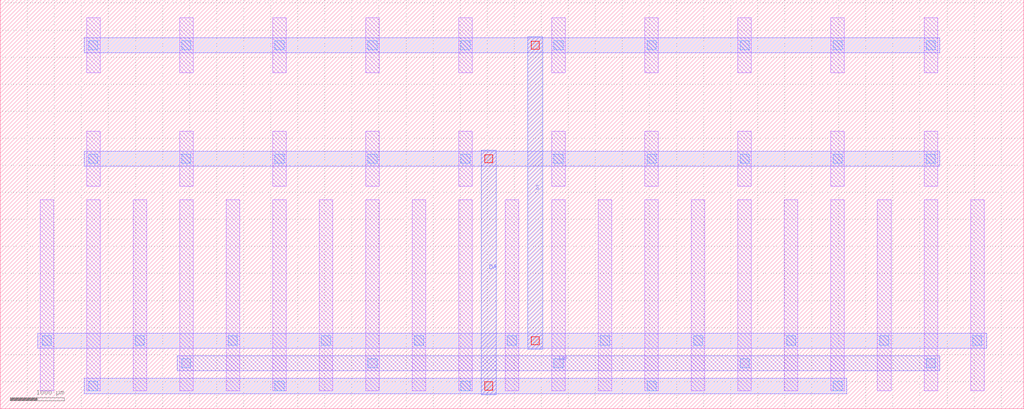
<source format=lef>
MACRO SCM_PMOS_85912433_X5_Y1
  UNITS 
    DATABASE MICRONS UNITS 1000;
  END UNITS 
  ORIGIN 0 0 ;
  FOREIGN SCM_PMOS_85912433_X5_Y1 0 0 ;
  SIZE 18920 BY 7560 ;
  PIN DA
    DIRECTION INOUT ;
    USE SIGNAL ;
    PORT
      LAYER M3 ;
        RECT 8890 260 9170 4780 ;
    END
  END DA
  PIN DB
    DIRECTION INOUT ;
    USE SIGNAL ;
    PORT
      LAYER M2 ;
        RECT 3270 700 17370 980 ;
    END
  END DB
  PIN S
    DIRECTION INOUT ;
    USE SIGNAL ;
    PORT
      LAYER M3 ;
        RECT 9750 1100 10030 6880 ;
    END
  END S
  OBS
    LAYER M1 ;
      RECT 1595 335 1845 3865 ;
    LAYER M1 ;
      RECT 1595 4115 1845 5125 ;
    LAYER M1 ;
      RECT 1595 6215 1845 7225 ;
    LAYER M1 ;
      RECT 735 335 985 3865 ;
    LAYER M1 ;
      RECT 2455 335 2705 3865 ;
    LAYER M1 ;
      RECT 3315 335 3565 3865 ;
    LAYER M1 ;
      RECT 3315 4115 3565 5125 ;
    LAYER M1 ;
      RECT 3315 6215 3565 7225 ;
    LAYER M1 ;
      RECT 4175 335 4425 3865 ;
    LAYER M1 ;
      RECT 5035 335 5285 3865 ;
    LAYER M1 ;
      RECT 5035 4115 5285 5125 ;
    LAYER M1 ;
      RECT 5035 6215 5285 7225 ;
    LAYER M1 ;
      RECT 5895 335 6145 3865 ;
    LAYER M1 ;
      RECT 6755 335 7005 3865 ;
    LAYER M1 ;
      RECT 6755 4115 7005 5125 ;
    LAYER M1 ;
      RECT 6755 6215 7005 7225 ;
    LAYER M1 ;
      RECT 7615 335 7865 3865 ;
    LAYER M1 ;
      RECT 8475 335 8725 3865 ;
    LAYER M1 ;
      RECT 8475 4115 8725 5125 ;
    LAYER M1 ;
      RECT 8475 6215 8725 7225 ;
    LAYER M1 ;
      RECT 9335 335 9585 3865 ;
    LAYER M1 ;
      RECT 10195 335 10445 3865 ;
    LAYER M1 ;
      RECT 10195 4115 10445 5125 ;
    LAYER M1 ;
      RECT 10195 6215 10445 7225 ;
    LAYER M1 ;
      RECT 11055 335 11305 3865 ;
    LAYER M1 ;
      RECT 11915 335 12165 3865 ;
    LAYER M1 ;
      RECT 11915 4115 12165 5125 ;
    LAYER M1 ;
      RECT 11915 6215 12165 7225 ;
    LAYER M1 ;
      RECT 12775 335 13025 3865 ;
    LAYER M1 ;
      RECT 13635 335 13885 3865 ;
    LAYER M1 ;
      RECT 13635 4115 13885 5125 ;
    LAYER M1 ;
      RECT 13635 6215 13885 7225 ;
    LAYER M1 ;
      RECT 14495 335 14745 3865 ;
    LAYER M1 ;
      RECT 15355 335 15605 3865 ;
    LAYER M1 ;
      RECT 15355 4115 15605 5125 ;
    LAYER M1 ;
      RECT 15355 6215 15605 7225 ;
    LAYER M1 ;
      RECT 16215 335 16465 3865 ;
    LAYER M1 ;
      RECT 17075 335 17325 3865 ;
    LAYER M1 ;
      RECT 17075 4115 17325 5125 ;
    LAYER M1 ;
      RECT 17075 6215 17325 7225 ;
    LAYER M1 ;
      RECT 17935 335 18185 3865 ;
    LAYER M2 ;
      RECT 1550 280 15650 560 ;
    LAYER M2 ;
      RECT 1550 4480 17370 4760 ;
    LAYER M2 ;
      RECT 690 1120 18230 1400 ;
    LAYER M2 ;
      RECT 1550 6580 17370 6860 ;
    LAYER V1 ;
      RECT 1635 335 1805 505 ;
    LAYER V1 ;
      RECT 1635 4535 1805 4705 ;
    LAYER V1 ;
      RECT 1635 6635 1805 6805 ;
    LAYER V1 ;
      RECT 15395 335 15565 505 ;
    LAYER V1 ;
      RECT 15395 4535 15565 4705 ;
    LAYER V1 ;
      RECT 15395 6635 15565 6805 ;
    LAYER V1 ;
      RECT 5075 335 5245 505 ;
    LAYER V1 ;
      RECT 5075 4535 5245 4705 ;
    LAYER V1 ;
      RECT 5075 6635 5245 6805 ;
    LAYER V1 ;
      RECT 8515 335 8685 505 ;
    LAYER V1 ;
      RECT 8515 4535 8685 4705 ;
    LAYER V1 ;
      RECT 8515 6635 8685 6805 ;
    LAYER V1 ;
      RECT 11955 335 12125 505 ;
    LAYER V1 ;
      RECT 11955 4535 12125 4705 ;
    LAYER V1 ;
      RECT 11955 6635 12125 6805 ;
    LAYER V1 ;
      RECT 13675 755 13845 925 ;
    LAYER V1 ;
      RECT 13675 4535 13845 4705 ;
    LAYER V1 ;
      RECT 13675 6635 13845 6805 ;
    LAYER V1 ;
      RECT 17115 755 17285 925 ;
    LAYER V1 ;
      RECT 17115 4535 17285 4705 ;
    LAYER V1 ;
      RECT 17115 6635 17285 6805 ;
    LAYER V1 ;
      RECT 3355 755 3525 925 ;
    LAYER V1 ;
      RECT 3355 4535 3525 4705 ;
    LAYER V1 ;
      RECT 3355 6635 3525 6805 ;
    LAYER V1 ;
      RECT 6795 755 6965 925 ;
    LAYER V1 ;
      RECT 6795 4535 6965 4705 ;
    LAYER V1 ;
      RECT 6795 6635 6965 6805 ;
    LAYER V1 ;
      RECT 10235 755 10405 925 ;
    LAYER V1 ;
      RECT 10235 4535 10405 4705 ;
    LAYER V1 ;
      RECT 10235 6635 10405 6805 ;
    LAYER V1 ;
      RECT 775 1175 945 1345 ;
    LAYER V1 ;
      RECT 14535 1175 14705 1345 ;
    LAYER V1 ;
      RECT 2495 1175 2665 1345 ;
    LAYER V1 ;
      RECT 16255 1175 16425 1345 ;
    LAYER V1 ;
      RECT 17975 1175 18145 1345 ;
    LAYER V1 ;
      RECT 4215 1175 4385 1345 ;
    LAYER V1 ;
      RECT 5935 1175 6105 1345 ;
    LAYER V1 ;
      RECT 7655 1175 7825 1345 ;
    LAYER V1 ;
      RECT 9375 1175 9545 1345 ;
    LAYER V1 ;
      RECT 11095 1175 11265 1345 ;
    LAYER V1 ;
      RECT 12815 1175 12985 1345 ;
    LAYER V2 ;
      RECT 8955 345 9105 495 ;
    LAYER V2 ;
      RECT 8955 4545 9105 4695 ;
    LAYER V2 ;
      RECT 9815 1185 9965 1335 ;
    LAYER V2 ;
      RECT 9815 6645 9965 6795 ;
  END
END SCM_PMOS_85912433_X5_Y1

</source>
